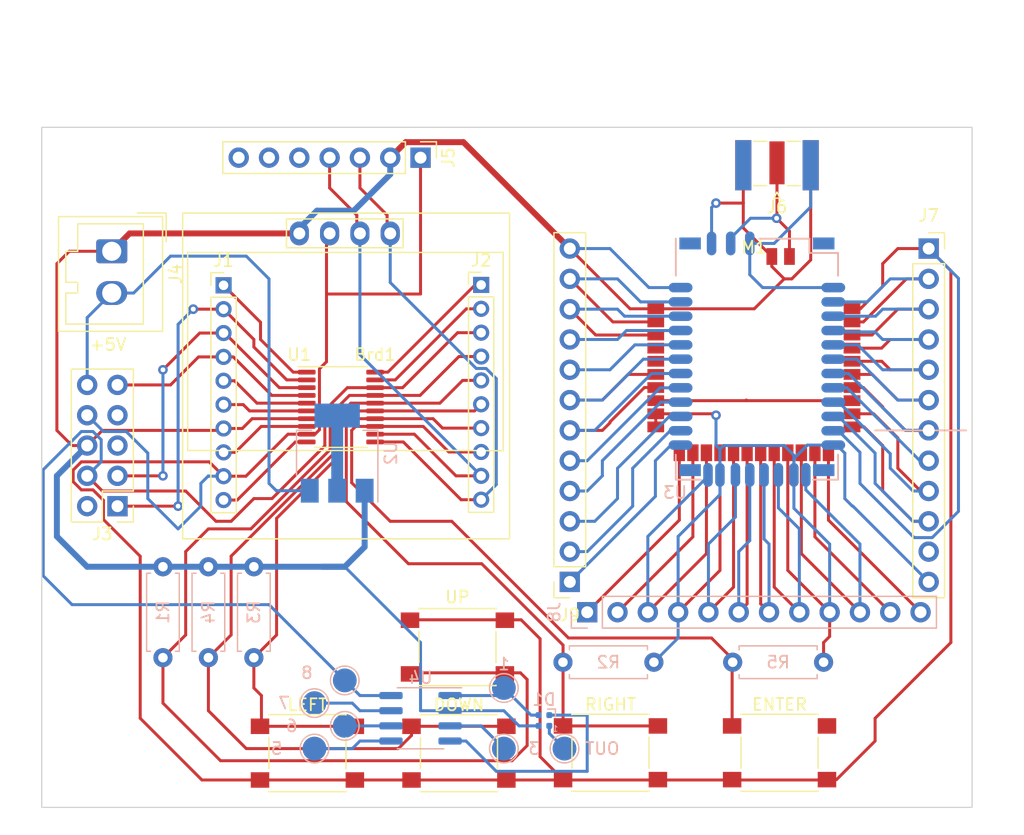
<source format=kicad_pcb>
(kicad_pcb (version 20221018) (generator pcbnew)
  (layers (0 "F.Cu" signal) (31 "B.Cu" signal) (34 "B.Paste" user) (35 "F.Paste" user) (36 "B.SilkS" user "B.Silkscreen") (37 "F.SilkS" user "F.Silkscreen") (38 "B.Mask" user) (39 "F.Mask" user) (44 "Edge.Cuts" user))
  (net 0 "")
  (net 1 "Net-(J1-Pin_1)")
  (net 2 "Net-(J1-Pin_5)")
  (net 3 "Net-(J1-Pin_6)")
  (net 4 "Net-(J1-Pin_8)")
  (net 5 "Net-(J1-Pin_10)")
  (net 6 "Net-(J2-Pin_1)")
  (net 7 "Net-(J2-Pin_2)")
  (net 8 "/SWDIO")
  (net 9 "/SWCLK")
  (net 10 "/SDA")
  (net 11 "/SCL")
  (net 12 "/RX")
  (net 13 "/TX")
  (net 14 "/RST")
  (net 15 "/TDO")
  (net 16 "/TDI")
  (net 17 "+5V")
  (net 18 "/UP")
  (net 19 "/ENTER")
  (net 20 "/RIGHT")
  (net 21 "/LEFT")
  (net 22 "/DOWN")
  (net 26 "Net-(J6-In)")
  (net 27 "J9_11")
  (net 28 "J7_10")
  (net 29 "J7_9")
  (net 30 "J7_8")
  (net 31 "J7_7")
  (net 32 "J7_6")
  (net 33 "J7_5")
  (net 34 "J7_4")
  (net 35 "J7_3")
  (net 36 "J9_1")
  (net 37 "J9_2")
  (net 38 "J9_3")
  (net 39 "J9_4")
  (net 40 "J9_5")
  (net 41 "J9_6")
  (net 42 "J9_7")
  (net 43 "J9_8")
  (net 44 "J9_9")
  (net 45 "J9_10")
  (net 46 "J7_11")
  (net 47 "J8_1")
  (net 48 "J8_2")
  (net 49 "J8_3")
  (net 50 "J8_5")
  (net 51 "J8_6")
  (net 52 "J8_7")
  (net 53 "J8_8")
  (net 54 "J8_10")
  (net 55 "J8_11")
  (net 56 "J8_12")
  (net 57 "J7_2")
  (net 58 "+3.3V")
  (net 59 "J8_4")
  (net 60 "J9_12")
  (net 61 "J8_9")
  (net 62 "GND")
  (net 64 "Net-(U4-PA2)")
  (net 65 "Net-(U4-PC1)")
  (net 66 "Net-(U4-PC2)")
  (net 67 "Net-(U4-PC4)")
  (net 68 "Net-(D1-DOUT)")
  (net 69 "Net-(D1-DIN)")
  (footprint "Package_SO:TSSOP-20_4.4x6.5mm_P0.65mm" (layer "F.Cu") (at 47.9375 46.3036)
    (fp_text reference "U1")
    (fp_text value "CH32V003F4P6")
  )
  (footprint "MountingHole:MountingHole_2.5mm" (layer "F.Cu") (at 97.155 76.835)
    (fp_text reference "REF**" hide)
    (fp_text value "MountingHole_2.5mm")
  )
  (footprint "Connector_PinHeader_2.54mm:PinHeader_1x07_P2.54mm_Vertical" (layer "F.Cu") (at 54.61 25.4 -90)
    (fp_text reference "J5")
    (fp_text value "Conn_01x07_Pin")
  )
  (footprint "Button_Switch_SMD:SW_Push_1P1T_NO_6x6mm_H9.5mm" (layer "F.Cu") (at 84.7005 75.281)
    (fp_text reference "ENTER")
    (fp_text value "ENTER" hide)
  )
  (footprint "Connector_PinHeader_2.00mm:PinHeader_1x10_P2.00mm_Vertical" (layer "F.Cu") (at 59.69 36.07)
    (fp_text reference "J2")
    (fp_text value "Conn_01x10")
  )
  (footprint "SSD1306:128x64OLED" (layer "F.Cu") (at 48.07 42.35)
    (fp_text reference "Brd1")
    (fp_text value "SSD1306")
  )
  (footprint "MountingHole:MountingHole_2.5mm" (layer "F.Cu") (at 97.155 26.035)
    (fp_text reference "REF**" hide)
    (fp_text value "MountingHole_2.5mm")
  )
  (footprint "Button_Switch_SMD:SW_Push_1P1T_NO_6x6mm_H9.5mm" (layer "F.Cu") (at 45.1305 75.311)
    (fp_text reference "LEFT")
    (fp_text value "LEFT")
  )
  (footprint "MountingHole:MountingHole_2.5mm" (layer "F.Cu") (at 27.5 76.2)
    (fp_text reference "REF**" hide)
    (fp_text value "MountingHole_2.5mm")
  )
  (footprint "Button_Switch_SMD:SW_Push_1P1T_NO_6x6mm_H9.5mm" (layer "F.Cu") (at 70.5305 75.281)
    (fp_text reference "RIGHT")
    (fp_text value "DOWN")
  )
  (footprint "Connector_Coaxial:SMA_Samtec_SMA-J-P-X-ST-EM1_EdgeMount" (layer "F.Cu") (at 84.486 26.035 180)
    (fp_text reference "J6")
    (fp_text value "Conn_Coaxial")
  )
  (footprint "Button_Switch_SMD:SW_Push_1P1T_NO_6x6mm_H9.5mm" (layer "F.Cu") (at 57.7035 66.421 180)
    (fp_text reference "UP")
    (fp_text value "UP")
  )
  (footprint "Connector_PinHeader_2.54mm:PinHeader_2x05_P2.54mm_Vertical" (layer "F.Cu") (at 29.21 54.61 180)
    (fp_text reference "J3")
    (fp_text value "Conn_02x05_Odd_Even")
  )
  (footprint "Connector_PinSocket_2.54mm:PinSocket_1x12_P2.54mm_Vertical" (layer "F.Cu") (at 97.2005 33.02)
    (fp_text reference "J7")
    (fp_text value "Conn_01x12")
  )
  (footprint "Button_Switch_SMD:SW_Push_1P1T_NO_6x6mm_H9.5mm" (layer "F.Cu") (at 57.8305 75.311)
    (fp_text reference "DOWN")
    (fp_text value "RIGHT")
  )
  (footprint "Connector_Wago:Wago_734-132_1x02_P3.50mm_Vertical" (layer "F.Cu") (at 28.7274 33.2486 -90)
    (fp_text reference "J4")
    (fp_text value "Conn_01x02")
  )
  (footprint "Library:LR1262" (layer "F.Cu") (at 82.55 41.91)
    (fp_text reference "M1")
    (fp_text value "~")
  )
  (footprint "Connector_PinHeader_2.00mm:PinHeader_1x10_P2.00mm_Vertical" (layer "F.Cu") (at 38.1 36.1)
    (fp_text reference "J1")
    (fp_text value "Conn_01x10")
  )
  (footprint "Connector_PinSocket_2.54mm:PinSocket_1x12_P2.54mm_Vertical" (layer "F.Cu") (at 67.1215 60.96 180)
    (fp_text reference "J9")
    (fp_text value "Conn_01x12")
  )
  (footprint "MountingHole:MountingHole_2.5mm" (layer "F.Cu") (at 27.5 26.035)
    (fp_text reference "REF**" hide)
    (fp_text value "MountingHole_2.5mm")
  )
  (footprint "Connector_PinSocket_2.54mm:PinSocket_1x12_P2.54mm_Vertical" (layer "B.Cu") (at 68.58 63.5 -90)
    (fp_text reference "J8")
    (fp_text value "Conn_01x12")
  )
  (footprint "Resistor_THT:R_Axial_DIN0207_L6.3mm_D2.5mm_P7.62mm_Horizontal" (layer "B.Cu") (at 33.02 67.31 90)
    (fp_text reference "R1")
    (fp_text value "1K")
  )
  (footprint "TestPoint:TestPoint_Pad_D2.0mm" (layer "B.Cu") (at 48.26 69.215 180)
    (fp_text reference "8")
    (fp_text value "PC1")
  )
  (footprint "Resistor_THT:R_Axial_DIN0207_L6.3mm_D2.5mm_P7.62mm_Horizontal" (layer "B.Cu") (at 36.83 67.31 90)
    (fp_text reference "R4")
    (fp_text value "1K")
  )
  (footprint "Resistor_THT:R_Axial_DIN0207_L6.3mm_D2.5mm_P7.62mm_Horizontal" (layer "B.Cu") (at 40.64 67.31 90)
    (fp_text reference "R3")
    (fp_text value "1K")
  )
  (footprint "Package_SO:SOIC-8_3.9x4.9mm_P1.27mm" (layer "B.Cu") (at 54.61 72.39 180)
    (fp_text reference "U4")
    (fp_text value "CH32V003J4M6")
  )
  (footprint "Resistor_THT:R_Axial_DIN0207_L6.3mm_D2.5mm_P7.62mm_Horizontal" (layer "B.Cu") (at 66.548 67.691)
    (fp_text reference "R2")
    (fp_text value "1K")
  )
  (footprint "RF_Module:RN42N" (layer "B.Cu") (at 82.804 42.291 180)
    (fp_text reference "U3")
    (fp_text value "RN42N")
  )
  (footprint "TestPoint:TestPoint_Pad_D2.0mm" (layer "B.Cu") (at 45.72 74.93 180)
    (fp_text reference "5")
    (fp_text value "PC1")
  )
  (footprint "Resistor_THT:R_Axial_DIN0207_L6.3mm_D2.5mm_P7.62mm_Horizontal" (layer "B.Cu") (at 80.772 67.691)
    (fp_text reference "R5")
    (fp_text value "1K")
  )
  (footprint "TestPoint:TestPoint_Pad_D2.0mm" (layer "B.Cu") (at 61.595 69.85 180)
    (fp_text reference "1")
    (fp_text value "PC1")
  )
  (footprint "TestPoint:TestPoint_Pad_D2.0mm" (layer "B.Cu") (at 45.72 71.12 180)
    (fp_text reference "7")
    (fp_text value "PC1")
  )
  (footprint "TestPoint:TestPoint_Pad_D2.0mm" (layer "B.Cu") (at 66.675 74.93 180)
    (fp_text reference "OUT")
    (fp_text value "PC1")
  )
  (footprint "TestPoint:TestPoint_Pad_D2.0mm" (layer "B.Cu") (at 61.595 74.93 180)
    (fp_text reference "3")
    (fp_text value "PC1")
  )
  (footprint "Package_TO_SOT_SMD:SOT-223-3_TabPin2" (layer "B.Cu") (at 47.625 50.165 90)
    (fp_text reference "U2")
    (fp_text value "AMS1117-3.3")
  )
  (footprint "TestPoint:TestPoint_Pad_D2.0mm" (layer "B.Cu") (at 48.26 73.025 180)
    (fp_text reference "6")
    (fp_text value "PC1")
  )
  (footprint "LED_SMD:LED_SK6812_EC15_1.5x1.5mm" (layer "B.Cu") (at 64.955 72.575 180)
    (fp_text reference "D1")
    (fp_text value "SK6805")
  )
  (gr_line (start 92.71 48.26) (end 100.33 48.26) (stroke (width 0.15)) (layer "B.SilkS"))
  (gr_rect (start 22.86 22.86) (end 100.838 79.858) (stroke (width 0.1)) (fill none) (layer "Edge.Cuts"))
  (gr_text "+5V" (at 26.797 41.656) (layer "F.SilkS") (effects (font (size 1 1)) (justify left bottom)))
  (segment (start 41.1988 39.1988) (end 38.1 36.1) (width 0.25) (layer "F.Cu") (net 1))
  (segment (start 45.075 43.3786) (end 43.9374 43.3786) (width 0.25) (layer "F.Cu") (net 1))
  (segment (start 43.9374 43.3786) (end 41.1988 40.64) (width 0.25) (layer "F.Cu") (net 1))
  (segment (start 41.1988 40.64) (end 41.1988 39.1988) (width 0.25) (layer "F.Cu") (net 1))
  (segment (start 40.8986 45.9786) (end 39.02 44.1) (width 0.25) (layer "F.Cu") (net 2))
  (segment (start 45.075 45.9786) (end 40.8986 45.9786) (width 0.25) (layer "F.Cu") (net 2))
  (segment (start 39.02 44.1) (end 38.1 44.1) (width 0.25) (layer "F.Cu") (net 2))
  (segment (start 45.075 46.6286) (end 40.2786 46.6286) (width 0.25) (layer "F.Cu") (net 3))
  (segment (start 39.75 46.1) (end 38.1 46.1) (width 0.25) (layer "F.Cu") (net 3))
  (segment (start 40.2786 46.6286) (end 39.75 46.1) (width 0.25) (layer "F.Cu") (net 3))
  (segment (start 41.2564 47.9286) (end 39.085 50.1) (width 0.25) (layer "F.Cu") (net 4))
  (segment (start 45.075 47.9286) (end 41.2564 47.9286) (width 0.25) (layer "F.Cu") (net 4))
  (segment (start 39.085 50.1) (end 38.1 50.1) (width 0.25) (layer "F.Cu") (net 4))
  (segment (start 44.1164 49.2286) (end 39.245 54.1) (width 0.25) (layer "F.Cu") (net 5))
  (segment (start 45.075 49.2286) (end 44.1164 49.2286) (width 0.25) (layer "F.Cu") (net 5))
  (segment (start 39.245 54.1) (end 38.1 54.1) (width 0.25) (layer "F.Cu") (net 5))
  (segment (start 51.8714 43.3786) (end 59.18 36.07) (width 0.25) (layer "F.Cu") (net 6))
  (segment (start 50.8 43.3786) (end 51.8714 43.3786) (width 0.25) (layer "F.Cu") (net 6))
  (segment (start 59.18 36.07) (end 59.69 36.07) (width 0.25) (layer "F.Cu") (net 6))
  (segment (start 58.45 38.07) (end 59.69 38.07) (width 0.25) (layer "F.Cu") (net 7))
  (segment (start 52.4914 44.0286) (end 58.45 38.07) (width 0.25) (layer "F.Cu") (net 7))
  (segment (start 50.8 44.0286) (end 52.4914 44.0286) (width 0.25) (layer "F.Cu") (net 7))
  (segment (start 46.5875 46.567) (end 48.4759 44.6786) (width 0.25) (layer "F.Cu") (net 8))
  (segment (start 53.1114 44.6786) (end 57.72 40.07) (width 0.25) (layer "F.Cu") (net 8))
  (segment (start 48.4759 44.6786) (end 50.8 44.6786) (width 0.25) (layer "F.Cu") (net 8))
  (segment (start 34.925 53.34) (end 37.465 55.88) (width 0.25) (layer "F.Cu") (net 8))
  (segment (start 46.5875 49.5515) (end 46.5875 46.567) (width 0.25) (layer "F.Cu") (net 8))
  (segment (start 40.64 53.975) (end 42.164 53.975) (width 0.25) (layer "F.Cu") (net 8))
  (segment (start 42.164 53.975) (end 46.5875 49.5515) (width 0.25) (layer "F.Cu") (net 8))
  (segment (start 57.72 40.07) (end 59.69 40.07) (width 0.25) (layer "F.Cu") (net 8))
  (segment (start 50.8 44.6786) (end 53.1114 44.6786) (width 0.25) (layer "F.Cu") (net 8))
  (segment (start 26.67 52.07) (end 27.94 53.34) (width 0.25) (layer "F.Cu") (net 8))
  (segment (start 37.465 55.88) (end 38.735 55.88) (width 0.25) (layer "F.Cu") (net 8))
  (segment (start 38.735 55.88) (end 40.64 53.975) (width 0.25) (layer "F.Cu") (net 8))
  (segment (start 27.94 53.34) (end 34.925 53.34) (width 0.25) (layer "F.Cu") (net 8))
  (segment (start 22.985 51.553299) (end 26.183299 48.355) (width 0.25) (layer "B.Cu") (net 8))
  (segment (start 27.845 50.895) (end 26.67 52.07) (width 0.25) (layer "B.Cu") (net 8))
  (segment (start 48.26 69.215) (end 41.91 62.865) (width 0.25) (layer "B.Cu") (net 8))
  (segment (start 27.156701 48.355) (end 27.845 49.043299) (width 0.25) (layer "B.Cu") (net 8))
  (segment (start 27.845 49.043299) (end 27.845 50.895) (width 0.25) (layer "B.Cu") (net 8))
  (segment (start 41.91 62.865) (end 25.4 62.865) (width 0.25) (layer "B.Cu") (net 8))
  (segment (start 48.26 69.215) (end 49.53 70.485) (width 0.25) (layer "B.Cu") (net 8))
  (segment (start 22.985 60.45) (end 22.985 51.553299) (width 0.25) (layer "B.Cu") (net 8))
  (segment (start 26.183299 48.355) (end 27.156701 48.355) (width 0.25) (layer "B.Cu") (net 8))
  (segment (start 49.53 70.485) (end 52.135 70.485) (width 0.25) (layer "B.Cu") (net 8))
  (segment (start 25.4 62.865) (end 22.985 60.45) (width 0.25) (layer "B.Cu") (net 8))
  (segment (start 51.8076 31.5856) (end 51.8076 30.2176) (width 0.25) (layer "F.Cu") (net 10))
  (segment (start 49.53 27.94) (end 49.53 25.4) (width 0.25) (layer "F.Cu") (net 10))
  (segment (start 58.007 54.07) (end 59.69 54.07) (width 0.25) (layer "F.Cu") (net 10))
  (segment (start 50.8 49.2286) (end 53.1656 49.2286) (width 0.25) (layer "F.Cu") (net 10))
  (segment (start 51.8076 30.2176) (end 49.53 27.94) (width 0.25) (layer "F.Cu") (net 10))
  (segment (start 53.1656 49.2286) (end 58.007 54.07) (width 0.25) (layer "F.Cu") (net 10))
  (segment (start 60.96 43.925786) (end 60.96 52.8) (width 0.25) (layer "B.Cu") (net 10))
  (segment (start 60.104214 43.07) (end 60.96 43.925786) (width 0.25) (layer "B.Cu") (net 10))
  (segment (start 60.96 52.8) (end 59.69 54.07) (width 0.25) (layer "B.Cu") (net 10))
  (segment (start 59.275786 43.07) (end 60.104214 43.07) (width 0.25) (layer "B.Cu") (net 10))
  (segment (start 52.07 31.75) (end 52.07 35.864214) (width 0.25) (layer "B.Cu") (net 10))
  (segment (start 52.07 35.864214) (end 59.275786 43.07) (width 0.25) (layer "B.Cu") (net 10))
  (segment (start 54.0904 48.5786) (end 57.5818 52.07) (width 0.25) (layer "F.Cu") (net 11))
  (segment (start 57.5818 52.07) (end 59.69 52.07) (width 0.25) (layer "F.Cu") (net 11))
  (segment (start 49.2676 31.5856) (end 49.2676 30.2176) (width 0.25) (layer "F.Cu") (net 11))
  (segment (start 50.8 48.5786) (end 54.0904 48.5786) (width 0.25) (layer "F.Cu") (net 11))
  (segment (start 46.99 27.94) (end 46.99 25.4) (width 0.25) (layer "F.Cu") (net 11))
  (segment (start 49.2676 30.2176) (end 46.99 27.94) (width 0.25) (layer "F.Cu") (net 11))
  (segment (start 49.53 31.75) (end 49.53 41.91) (width 0.25) (layer "B.Cu") (net 11))
  (segment (start 49.53 41.91) (end 59.69 52.07) (width 0.25) (layer "B.Cu") (net 11))
  (segment (start 35.56 38.1) (end 38.1 38.1) (width 0.25) (layer "F.Cu") (net 12))
  (segment (start 43.394996 44.0286) (end 40.64 41.273604) (width 0.25) (layer "F.Cu") (net 12))
  (segment (start 45.075 44.0286) (end 43.394996 44.0286) (width 0.25) (layer "F.Cu") (net 12))
  (segment (start 29.21 54.61) (end 34.29 54.61) (width 0.25) (layer "F.Cu") (net 12))
  (segment (start 40.64 41.273604) (end 40.64 40.64) (width 0.25) (layer "F.Cu") (net 12))
  (segment (start 40.64 40.64) (end 38.1 38.1) (width 0.25) (layer "F.Cu") (net 12))
  (via (at 34.29 54.61) (size 0.8) (drill 0.4) (layers "F.Cu" "B.Cu") (net 12))
  (via (at 35.56 38.1) (size 0.8) (drill 0.4) (layers "F.Cu" "B.Cu") (net 12))
  (via (at 35.56 38.1) (size 0.8) (drill 0.4) (layers "F.Cu" "B.Cu") (net 12))
  (segment (start 34.29 54.61) (end 34.29 39.37) (width 0.25) (layer "B.Cu") (net 12))
  (segment (start 34.29 39.37) (end 35.56 38.1) (width 0.25) (layer "B.Cu") (net 12))
  (segment (start 36.1 40.1) (end 38.1 40.1) (width 0.25) (layer "F.Cu") (net 13))
  (segment (start 45.075 44.6786) (end 42.7736 44.6786) (width 0.25) (layer "F.Cu") (net 13))
  (segment (start 29.21 52.07) (end 33.02 52.07) (width 0.25) (layer "F.Cu") (net 13))
  (segment (start 38.195 40.1) (end 38.1 40.1) (width 0.25) (layer "F.Cu") (net 13))
  (segment (start 33.02 43.18) (end 36.1 40.1) (width 0.25) (layer "F.Cu") (net 13))
  (segment (start 42.7736 44.6786) (end 38.195 40.1) (width 0.25) (layer "F.Cu") (net 13))
  (via (at 33.02 52.07) (size 0.8) (drill 0.4) (layers "F.Cu" "B.Cu") (net 13))
  (via (at 33.02 43.18) (size 0.8) (drill 0.4) (layers "F.Cu" "B.Cu") (net 13))
  (segment (start 33.02 43.18) (end 33.02 52.07) (width 0.25) (layer "B.Cu") (net 13))
  (segment (start 42.14725 45.3286) (end 38.91865 42.1) (width 0.25) (layer "F.Cu") (net 14))
  (segment (start 38.1 41.91) (end 37.8714 42.1386) (width 0.25) (layer "F.Cu") (net 14))
  (segment (start 38.91865 42.1) (end 38.1 42.1) (width 0.25) (layer "F.Cu") (net 14))
  (segment (start 33.655 44.45) (end 29.21 44.45) (width 0.25) (layer "F.Cu") (net 14))
  (segment (start 38.1 42.1) (end 36.005 42.1) (width 0.25) (layer "F.Cu") (net 14))
  (segment (start 36.005 42.1) (end 33.655 44.45) (width 0.25) (layer "F.Cu") (net 14))
  (segment (start 45.075 45.3286) (end 42.14725 45.3286) (width 0.25) (layer "F.Cu") (net 14))
  (segment (start 29.21 37.2312) (end 28.7274 36.7486) (width 0.25) (layer "F.Cu") (net 17))
  (segment (start 28.7274 36.7486) (end 28.8088 36.83) (width 0.25) (layer "F.Cu") (net 17))
  (segment (start 41.91 52.705) (end 42.545 53.34) (width 0.25) (layer "B.Cu") (net 17))
  (segment (start 26.67 44.45) (end 26.67 38.806) (width 0.25) (layer "B.Cu") (net 17))
  (segment (start 41.91 35.56) (end 41.91 52.705) (width 0.25) (layer "B.Cu") (net 17))
  (segment (start 42.57 53.315) (end 45.325 53.315) (width 0.25) (layer "B.Cu") (net 17))
  (segment (start 33.655 33.655) (end 40.005 33.655) (width 0.25) (layer "B.Cu") (net 17))
  (segment (start 40.005 33.655) (end 41.91 35.56) (width 0.25) (layer "B.Cu") (net 17))
  (segment (start 28.7274 36.7486) (end 30.5614 36.7486) (width 0.25) (layer "B.Cu") (net 17))
  (segment (start 42.545 53.34) (end 42.57 53.315) (width 0.25) (layer "B.Cu") (net 17))
  (segment (start 30.5614 36.7486) (end 33.655 33.655) (width 0.25) (layer "B.Cu") (net 17))
  (segment (start 26.67 38.806) (end 28.7274 36.7486) (width 0.25) (layer "B.Cu") (net 17))
  (segment (start 34.925 65.405) (end 33.02 67.31) (width 0.25) (layer "F.Cu") (net 18))
  (segment (start 53.8555 68.58) (end 62.9845 68.58) (width 0.25) (layer "F.Cu") (net 18))
  (segment (start 37.846 75.946) (end 33.02 71.12) (width 0.25) (layer "F.Cu") (net 18))
  (segment (start 33.02 71.12) (end 33.02 67.31) (width 0.25) (layer "F.Cu") (net 18))
  (segment (start 47.0375 46.9425) (end 47.0375 49.8635) (width 0.25) (layer "F.Cu") (net 18))
  (segment (start 48.6514 45.3286) (end 47.0375 46.9425) (width 0.25) (layer "F.Cu") (net 18))
  (segment (start 50.8 45.3286) (end 48.6514 45.3286) (width 0.25) (layer "F.Cu") (net 18))
  (segment (start 63.5455 69.141) (end 63.5455 74.676) (width 0.25) (layer "F.Cu") (net 18))
  (segment (start 63.5455 74.676) (end 62.2755 75.946) (width 0.25) (layer "F.Cu") (net 18))
  (segment (start 50.8 45.3286) (end 54.5696 45.3286) (width 0.25) (layer "F.Cu") (net 18))
  (segment (start 57.8282 42.07) (end 59.69 42.07) (width 0.25) (layer "F.Cu") (net 18))
  (segment (start 62.9845 68.58) (end 63.5455 69.141) (width 0.25) (layer "F.Cu") (net 18))
  (segment (start 40.386 56.515) (end 36.83 56.515) (width 0.25) (layer "F.Cu") (net 18))
  (segment (start 36.83 56.515) (end 34.925 58.42) (width 0.25) (layer "F.Cu") (net 18))
  (segment (start 54.5696 45.3286) (end 57.8282 42.07) (width 0.25) (layer "F.Cu") (net 18))
  (segment (start 47.0375 49.8635) (end 40.386 56.515) (width 0.25) (layer "F.Cu") (net 18))
  (segment (start 34.925 58.42) (end 34.925 65.405) (width 0.25) (layer "F.Cu") (net 18))
  (segment (start 62.2755 75.946) (end 37.846 75.946) (width 0.25) (layer "F.Cu") (net 18))
  (segment (start 67.0085 65.659) (end 78.994 65.659) (width 0.25) (layer "F.Cu") (net 19))
  (segment (start 80.7255 67.3905) (end 80.7255 73.031) (width 0.25) (layer "F.Cu") (net 19))
  (segment (start 50.8 47.9286) (end 49.1689 47.9286) (width 0.25) (layer "F.Cu") (net 19))
  (segment (start 49.1689 47.9286) (end 48.8375 48.26) (width 0.25) (layer "F.Cu") (net 19))
  (segment (start 54.8374 47.9286) (end 56.9788 50.07) (width 0.25) (layer "F.Cu") (net 19))
  (segment (start 56.9788 50.07) (end 59.69 50.07) (width 0.25) (layer "F.Cu") (net 19))
  (segment (start 52.07 55.88) (end 57.2295 55.88) (width 0.25) (layer "F.Cu") (net 19))
  (segment (start 48.8375 48.26) (end 48.8375 52.6475) (width 0.25) (layer "F.Cu") (net 19))
  (segment (start 48.8375 52.6475) (end 52.07 55.88) (width 0.25) (layer "F.Cu") (net 19))
  (segment (start 50.8 47.9286) (end 54.8374 47.9286) (width 0.25) (layer "F.Cu") (net 19))
  (segment (start 78.994 65.659) (end 80.7255 67.3905) (width 0.25) (layer "F.Cu") (net 19))
  (segment (start 57.2295 55.88) (end 67.0085 65.659) (width 0.25) (layer "F.Cu") (net 19))
  (segment (start 56.231 45.9786) (end 58.1396 44.07) (width 0.25) (layer "F.Cu") (net 20))
  (segment (start 47.4875 47.257292) (end 48.766192 45.9786) (width 0.25) (layer "F.Cu") (net 20))
  (segment (start 40.005 74.93) (end 52.705 74.93) (width 0.25) (layer "F.Cu") (net 20))
  (segment (start 36.83 71.755) (end 40.005 74.93) (width 0.25) (layer "F.Cu") (net 20))
  (segment (start 38.735 65.405) (end 38.735 58.802396) (width 0.25) (layer "F.Cu") (net 20))
  (segment (start 53.8555 73.061) (end 61.8055 73.061) (width 0.25) (layer "F.Cu") (net 20))
  (segment (start 47.4875 50.049896) (end 47.4875 47.257292) (width 0.25) (layer "F.Cu") (net 20))
  (segment (start 38.735 58.802396) (end 47.4875 50.049896) (width 0.25) (layer "F.Cu") (net 20))
  (segment (start 48.766192 45.9786) (end 50.8 45.9786) (width 0.25) (layer "F.Cu") (net 20))
  (segment (start 53.8555 73.825) (end 53.8555 73.061) (width 0.25) (layer "F.Cu") (net 20))
  (segment (start 52.7505 74.93) (end 53.8555 73.825) (width 0.25) (layer "F.Cu") (net 20))
  (segment (start 36.83 67.31) (end 36.83 71.755) (width 0.25) (layer "F.Cu") (net 20))
  (segment (start 50.8 45.9786) (end 56.231 45.9786) (width 0.25) (layer "F.Cu") (net 20))
  (segment (start 58.1396 44.07) (end 59.69 44.07) (width 0.25) (layer "F.Cu") (net 20))
  (segment (start 36.83 67.31) (end 38.735 65.405) (width 0.25) (layer "F.Cu") (net 20))
  (segment (start 42.545 55.628792) (end 47.9375 50.236292) (width 0.25) (layer "F.Cu") (net 21))
  (segment (start 40.64 67.31) (end 42.545 65.405) (width 0.25) (layer "F.Cu") (net 21))
  (segment (start 47.9375 47.5665) (end 48.8754 46.6286) (width 0.25) (layer "F.Cu") (net 21))
  (segment (start 42.545 65.405) (end 42.545 55.628792) (width 0.25) (layer "F.Cu") (net 21))
  (segment (start 48.8754 46.6286) (end 50.8 46.6286) (width 0.25) (layer "F.Cu") (net 21))
  (segment (start 40.64 69.85) (end 41.275 70.485) (width 0.25) (layer "F.Cu") (net 21))
  (segment (start 41.275 70.485) (end 41.275 72.9415) (width 0.25) (layer "F.Cu") (net 21))
  (segment (start 49.1055 73.061) (end 41.3205 73.061) (width 0.25) (layer "F.Cu") (net 21))
  (segment (start 47.9375 50.236292) (end 47.9375 47.5665) (width 0.25) (layer "F.Cu") (net 21))
  (segment (start 40.64 67.31) (end 40.64 69.85) (width 0.25) (layer "F.Cu") (net 21))
  (segment (start 50.8 46.6286) (end 59.1314 46.6286) (width 0.25) (layer "F.Cu") (net 21))
  (segment (start 41.275 72.9415) (end 41.1555 73.061) (width 0.25) (layer "F.Cu") (net 21))
  (segment (start 59.1314 46.6286) (end 59.69 46.07) (width 0.25) (layer "F.Cu") (net 21))
  (segment (start 66.5555 73.031) (end 74.5055 73.031) (width 0.25) (layer "F.Cu") (net 22))
  (segment (start 48.3875 54.2295) (end 53.594 59.436) (width 0.25) (layer "F.Cu") (net 22))
  (segment (start 48.3875 54.2295) (end 48.3875 47.8785) (width 0.25) (layer "F.Cu") (net 22))
  (segment (start 50.8 47.2786) (end 55.6606 47.2786) (width 0.25) (layer "F.Cu") (net 22))
  (segment (start 55.6606 47.2786) (end 56.452 48.07) (width 0.25) (layer "F.Cu") (net 22))
  (segment (start 66.5555 66.256) (end 66.5555 73.031) (width 0.25) (layer "F.Cu") (net 22))
  (segment (start 59.7355 59.436) (end 66.5555 66.256) (width 0.25) (layer "F.Cu") (net 22))
  (segment (start 56.452 48.07) (end 59.69 48.07) (width 0.25) (layer "F.Cu") (net 22))
  (segment (start 50.8762 47.2694) (end 50.867 47.2786) (width 0.25) (layer "F.Cu") (net 22))
  (segment (start 48.3875 47.8785) (end 48.9874 47.2786) (width 0.25) (layer "F.Cu") (net 22))
  (segment (start 48.9874 47.2786) (end 50.8 47.2786) (width 0.25) (layer "F.Cu") (net 22))
  (segment (start 53.594 59.436) (end 59.7355 59.436) (width 0.25) (layer "F.Cu") (net 22))
  (segment (start 50.8 47.2786) (end 50.867 47.2786) (width 0.25) (layer "F.Cu") (net 22))
  (segment (start 84.455 30.48) (end 84.486 30.449) (width 0.25) (layer "F.Cu") (net 26))
  (segment (start 85.5323 31.5573) (end 84.455 30.48) (width 0.25) (layer "F.Cu") (net 26))
  (segment (start 84.486 30.449) (end 84.486 25.835) (width 0.25) (layer "F.Cu") (net 26))
  (segment (start 85.5323 33.685) (end 85.5323 31.5573) (width 0.25) (layer "F.Cu") (net 26))
  (via (at 84.455 30.48) (size 0.8) (drill 0.4) (layers "F.Cu" "B.Cu") (net 26))
  (segment (start 80.604 32.141) (end 82.265 30.48) (width 0.25) (layer "B.Cu") (net 26))
  (segment (start 82.265 30.48) (end 84.455 30.48) (width 0.25) (layer "B.Cu") (net 26))
  (segment (start 80.604 32.591) (end 80.604 32.141) (width 0.25) (layer "B.Cu") (net 26))
  (segment (start 70.7295 39.168) (end 74.325 39.168) (width 0.25) (layer "F.Cu") (net 27))
  (segment (start 67.1215 35.56) (end 70.7295 39.168) (width 0.25) (layer "F.Cu") (net 27))
  (segment (start 71.12 35.56) (end 67.1215 35.56) (width 0.25) (layer "B.Cu") (net 27))
  (segment (start 76.404 37.491) (end 73.051 37.491) (width 0.25) (layer "B.Cu") (net 27))
  (segment (start 73.051 37.491) (end 71.12 35.56) (width 0.25) (layer "B.Cu") (net 27))
  (segment (start 92.447 40.268) (end 94.615 38.1) (width 0.25) (layer "F.Cu") (net 28))
  (segment (start 90.775 40.268) (end 92.447 40.268) (width 0.25) (layer "F.Cu") (net 28))
  (segment (start 94.615 38.1) (end 97.2005 38.1) (width 0.25) (layer "F.Cu") (net 28))
  (segment (start 92.754 38.691) (end 93.345 38.1) (width 0.25) (layer "B.Cu") (net 28))
  (segment (start 93.345 38.1) (end 97.2005 38.1) (width 0.25) (layer "B.Cu") (net 28))
  (segment (start 89.204 38.691) (end 92.754 38.691) (width 0.25) (layer "B.Cu") (net 28))
  (segment (start 90.775 41.368) (end 93.252 41.368) (width 0.25) (layer "F.Cu") (net 29))
  (segment (start 93.98 40.64) (end 97.2005 40.64) (width 0.25) (layer "F.Cu") (net 29))
  (segment (start 93.252 41.368) (end 93.98 40.64) (width 0.25) (layer "F.Cu") (net 29))
  (segment (start 89.204 39.891) (end 89.654 39.891) (width 0.25) (layer "B.Cu") (net 29))
  (segment (start 93.345 40.64) (end 97.2005 40.64) (width 0.25) (layer "B.Cu") (net 29))
  (segment (start 89.654 39.891) (end 89.768 40.005) (width 0.25) (layer "B.Cu") (net 29))
  (segment (start 89.768 40.005) (end 92.71 40.005) (width 0.25) (layer "B.Cu") (net 29))
  (segment (start 92.71 40.005) (end 93.345 40.64) (width 0.25) (layer "B.Cu") (net 29))
  (segment (start 93.268 42.468) (end 93.98 43.18) (width 0.25) (layer "F.Cu") (net 30))
  (segment (start 93.98 43.18) (end 97.2005 43.18) (width 0.25) (layer "F.Cu") (net 30))
  (segment (start 90.775 42.468) (end 93.268 42.468) (width 0.25) (layer "F.Cu") (net 30))
  (segment (start 89.204 41.091) (end 91.256 41.091) (width 0.25) (layer "B.Cu") (net 30))
  (segment (start 91.256 41.091) (end 93.345 43.18) (width 0.25) (layer "B.Cu") (net 30))
  (segment (start 93.345 43.18) (end 97.2005 43.18) (width 0.25) (layer "B.Cu") (net 30))
  (segment (start 92.463 43.568) (end 94.615 45.72) (width 0.25) (layer "F.Cu") (net 31))
  (segment (start 90.775 43.568) (end 92.463 43.568) (width 0.25) (layer "F.Cu") (net 31))
  (segment (start 94.615 45.72) (end 97.2005 45.72) (width 0.25) (layer "F.Cu") (net 31))
  (segment (start 94.615 45.72) (end 97.2005 45.72) (width 0.25) (layer "B.Cu") (net 31))
  (segment (start 89.204 42.291) (end 91.186 42.291) (width 0.25) (layer "B.Cu") (net 31))
  (segment (start 91.186 42.291) (end 94.615 45.72) (width 0.25) (layer "B.Cu") (net 31))
  (segment (start 91.7266 44.668) (end 93.345 46.2864) (width 0.25) (layer "F.Cu") (net 32))
  (segment (start 93.345 46.355) (end 95.25 48.26) (width 0.25) (layer "F.Cu") (net 32))
  (segment (start 95.25 48.26) (end 97.2005 48.26) (width 0.25) (layer "F.Cu") (net 32))
  (segment (start 90.775 44.668) (end 91.7266 44.668) (width 0.25) (layer "F.Cu") (net 32))
  (segment (start 93.345 46.2864) (end 93.345 46.355) (width 0.25) (layer "F.Cu") (net 32))
  (segment (start 89.204 43.491) (end 90.481 43.491) (width 0.25) (layer "B.Cu") (net 32))
  (segment (start 90.481 43.491) (end 95.25 48.26) (width 0.25) (layer "B.Cu") (net 32))
  (segment (start 95.25 48.26) (end 97.2005 48.26) (width 0.25) (layer "B.Cu") (net 32))
  (segment (start 89.204 44.691) (end 90.35 44.691) (width 0.25) (layer "B.Cu") (net 33))
  (segment (start 90.35 44.691) (end 96.459 50.8) (width 0.25) (layer "B.Cu") (net 33))
  (segment (start 96.459 50.8) (end 97.2005 50.8) (width 0.25) (layer "B.Cu") (net 33))
  (segment (start 94.615 51.435) (end 96.52 53.34) (width 0.25) (layer "F.Cu") (net 34))
  (segment (start 92.588 46.868) (end 94.615 48.895) (width 0.25) (layer "F.Cu") (net 34))
  (segment (start 96.52 53.34) (end 97.2005 53.34) (width 0.25) (layer "F.Cu") (net 34))
  (segment (start 90.775 46.868) (end 92.588 46.868) (width 0.25) (layer "F.Cu") (net 34))
  (segment (start 94.615 48.895) (end 94.615 51.435) (width 0.25) (layer "F.Cu") (net 34))
  (segment (start 93.98 51.435) (end 95.885 53.34) (width 0.25) (layer "B.Cu") (net 34))
  (segment (start 93.98 50.217) (end 93.98 51.435) (width 0.25) (layer "B.Cu") (net 34))
  (segment (start 89.654 45.891) (end 93.98 50.217) (width 0.25) (layer "B.Cu") (net 34))
  (segment (start 89.204 45.891) (end 89.654 45.891) (width 0.25) (layer "B.Cu") (net 34))
  (segment (start 95.885 53.34) (end 97.2005 53.34) (width 0.25) (layer "B.Cu") (net 34))
  (segment (start 93.345 53.34) (end 95.885 55.88) (width 0.25) (layer "F.Cu") (net 35))
  (segment (start 95.885 55.88) (end 97.2005 55.88) (width 0.25) (layer "F.Cu") (net 35))
  (segment (start 91.783 47.968) (end 93.345 49.53) (width 0.25) (layer "F.Cu") (net 35))
  (segment (start 93.345 49.53) (end 93.345 53.34) (width 0.25) (layer "F.Cu") (net 35))
  (segment (start 90.775 47.968) (end 91.783 47.968) (width 0.25) (layer "F.Cu") (net 35))
  (segment (start 92.71 52.705) (end 95.885 55.88) (width 0.25) (layer "B.Cu") (net 35))
  (segment (start 95.885 55.88) (end 97.2005 55.88) (width 0.25) (layer "B.Cu") (net 35))
  (segment (start 89.204 47.091) (end 89.636 47.091) (width 0.25) (layer "B.Cu") (net 35))
  (segment (start 89.636 47.091) (end 92.71 50.165) (width 0.25) (layer "B.Cu") (net 35))
  (segment (start 92.71 50.165) (end 92.71 52.705) (width 0.25) (layer "B.Cu") (net 35))
  (segment (start 67.1215 60.96) (end 74.295 53.7865) (width 0.25) (layer "B.Cu") (net 36))
  (segment (start 74.295 50.8) (end 75.604 49.491) (width 0.25) (layer "B.Cu") (net 36))
  (segment (start 74.295 53.7865) (end 74.295 50.8) (width 0.25) (layer "B.Cu") (net 36))
  (segment (start 75.604 49.491) (end 76.404 49.491) (width 0.25) (layer "B.Cu") (net 36))
  (segment (start 68.58 58.42) (end 67.1215 58.42) (width 0.25) (layer "B.Cu") (net 37))
  (segment (start 72.39 51.433604) (end 72.39 54.61) (width 0.25) (layer "B.Cu") (net 37))
  (segment (start 72.39 54.61) (end 68.58 58.42) (width 0.25) (layer "B.Cu") (net 37))
  (segment (start 75.532604 48.291) (end 72.39 51.433604) (width 0.25) (layer "B.Cu") (net 37))
  (segment (start 76.404 48.291) (end 75.532604 48.291) (width 0.25) (layer "B.Cu") (net 37))
  (segment (start 71.12 51.432208) (end 75.461208 47.091) (width 0.25) (layer "B.Cu") (net 38))
  (segment (start 67.1215 55.88) (end 69.215 55.88) (width 0.25) (layer "B.Cu") (net 38))
  (segment (start 69.215 55.88) (end 71.12 53.975) (width 0.25) (layer "B.Cu") (net 38))
  (segment (start 75.461208 47.091) (end 76.404 47.091) (width 0.25) (layer "B.Cu") (net 38))
  (segment (start 71.12 53.975) (end 71.12 51.432208) (width 0.25) (layer "B.Cu") (net 38))
  (segment (start 68.58 53.34) (end 67.1215 53.34) (width 0.25) (layer "B.Cu") (net 39))
  (segment (start 76.404 45.891) (end 74.759 45.891) (width 0.25) (layer "B.Cu") (net 39))
  (segment (start 69.85 50.8) (end 69.85 52.07) (width 0.25) (layer "B.Cu") (net 39))
  (segment (start 74.759 45.891) (end 74.295 46.355) (width 0.25) (layer "B.Cu") (net 39))
  (segment (start 74.258847 46.391153) (end 69.85 50.8) (width 0.25) (layer "B.Cu") (net 39))
  (segment (start 69.85 52.07) (end 68.58 53.34) (width 0.25) (layer "B.Cu") (net 39))
  (segment (start 81.867 45.768) (end 74.325 45.768) (width 0.25) (layer "F.Cu") (net 40))
  (segment (start 81.915 45.72) (end 81.867 45.768) (width 0.25) (layer "F.Cu") (net 40))
  (segment (start 81.963 45.768) (end 81.915 45.72) (width 0.25) (layer "F.Cu") (net 40))
  (segment (start 90.775 45.768) (end 81.963 45.768) (width 0.25) (layer "F.Cu") (net 40))
  (segment (start 76.404 44.691) (end 74.689 44.691) (width 0.25) (layer "B.Cu") (net 40))
  (segment (start 74.689 44.691) (end 68.58 50.8) (width 0.25) (layer "B.Cu") (net 40))
  (segment (start 68.58 50.8) (end 67.1215 50.8) (width 0.25) (layer "B.Cu") (net 40))
  (segment (start 69.85 48.26) (end 67.1215 48.26) (width 0.25) (layer "F.Cu") (net 41))
  (segment (start 74.325 44.668) (end 73.3734 44.668) (width 0.25) (layer "F.Cu") (net 41))
  (segment (start 70.485 47.5564) (end 70.485 47.625) (width 0.25) (layer "F.Cu") (net 41))
  (segment (start 73.3734 44.668) (end 70.485 47.5564) (width 0.25) (layer "F.Cu") (net 41))
  (segment (start 70.485 47.625) (end 69.85 48.26) (width 0.25) (layer "F.Cu") (net 41))
  (segment (start 76.404 43.491) (end 73.984 43.491) (width 0.25) (layer "B.Cu") (net 41))
  (segment (start 73.984 43.491) (end 69.215 48.26) (width 0.25) (layer "B.Cu") (net 41))
  (segment (start 69.215 48.26) (end 67.1215 48.26) (width 0.25) (layer "B.Cu") (net 41))
  (segment (start 69.85 45.72) (end 72.002 43.568) (width 0.25) (layer "F.Cu") (net 42))
  (segment (start 67.1215 45.72) (end 69.85 45.72) (width 0.25) (layer "F.Cu") (net 42))
  (segment (start 72.002 43.568) (end 74.325 43.568) (width 0.25) (layer "F.Cu") (net 42))
  (segment (start 69.85 45.72) (end 67.1215 45.72) (width 0.25) (layer "B.Cu") (net 42))
  (segment (start 76.404 42.291) (end 73.279 42.291) (width 0.25) (layer "B.Cu") (net 42))
  (segment (start 73.279 42.291) (end 69.85 45.72) (width 0.25) (layer "B.Cu") (net 42))
  (segment (start 72.574 41.091) (end 70.485 43.18) (width 0.25) (layer "B.Cu") (net 43))
  (segment (start 76.404 41.091) (end 72.574 41.091) (width 0.25) (layer "B.Cu") (net 43))
  (segment (start 70.485 43.18) (end 67.1215 43.18) (width 0.25) (layer "B.Cu") (net 43))
  (segment (start 71.869 39.891) (end 71.12 40.64) (width 0.25) (layer "B.Cu") (net 44))
  (segment (start 71.12 40.64) (end 67.1215 40.64) (width 0.25) (layer "B.Cu") (net 44))
  (segment (start 76.404 39.891) (end 71.869 39.891) (width 0.25) (layer "B.Cu") (net 44))
  (segment (start 67.1215 38.1) (end 69.2895 40.268) (width 0.25) (layer "F.Cu") (net 45))
  (segment (start 69.2895 40.268) (end 74.325 40.268) (width 0.25) (layer "F.Cu") (net 45))
  (segment (start 71.12 38.1) (end 67.1215 38.1) (width 0.25) (layer "B.Cu") (net 45))
  (segment (start 71.711 38.691) (end 71.12 38.1) (width 0.25) (layer "B.Cu") (net 45))
  (segment (start 76.404 38.691) (end 71.711 38.691) (width 0.25) (layer "B.Cu") (net 45))
  (segment (start 91.7266 39.168) (end 95.3346 35.56) (width 0.25) (layer "F.Cu") (net 46))
  (segment (start 95.3346 35.56) (end 97.2005 35.56) (width 0.25) (layer "F.Cu") (net 46))
  (segment (start 90.775 39.168) (end 91.7266 39.168) (width 0.25) (layer "F.Cu") (net 46))
  (segment (start 92.049 37.491) (end 93.98 35.56) (width 0.25) (layer "B.Cu") (net 46))
  (segment (start 89.204 37.491) (end 92.049 37.491) (width 0.25) (layer "B.Cu") (net 46))
  (segment (start 93.98 35.56) (end 97.2005 35.56) (width 0.25) (layer "B.Cu") (net 46))
  (segment (start 68.58 63.5) (end 76.3 55.78) (width 0.25) (layer "F.Cu") (net 47))
  (segment (start 76.3 55.78) (end 76.3 50.135) (width 0.25) (layer "F.Cu") (net 47))
  (segment (start 77.4364 57.1836) (end 77.4364 50.135) (width 0.25) (layer "F.Cu") (net 48))
  (segment (start 71.12 63.5) (end 77.4364 57.1836) (width 0.25) (layer "F.Cu") (net 48))
  (segment (start 78.5727 58.5873) (end 78.5727 50.135) (width 0.25) (layer "F.Cu") (net 49))
  (segment (start 73.66 63.5) (end 78.5727 58.5873) (width 0.25) (layer "F.Cu") (net 49))
  (segment (start 73.66 57.15) (end 73.66 63.5) (width 0.25) (layer "B.Cu") (net 49))
  (segment (start 78.704 51.991) (end 78.704 52.106) (width 0.25) (layer "B.Cu") (net 49))
  (segment (start 78.704 52.106) (end 73.66 57.15) (width 0.25) (layer "B.Cu") (net 49))
  (segment (start 78.74 63.5) (end 80.8455 61.3945) (width 0.25) (layer "F.Cu") (net 50))
  (segment (start 80.8455 61.3945) (end 80.8455 50.135) (width 0.25) (layer "F.Cu") (net 50))
  (segment (start 78.74 57.785) (end 78.74 63.5) (width 0.25) (layer "B.Cu") (net 50))
  (segment (start 81.004 55.521) (end 78.74 57.785) (width 0.25) (layer "B.Cu") (net 50))
  (segment (start 81.004 51.991) (end 81.004 55.521) (width 0.25) (layer "B.Cu") (net 50))
  (segment (start 81.28 63.5) (end 81.9818 62.7982) (width 0.25) (layer "F.Cu") (net 51))
  (segment (start 81.9818 62.7982) (end 81.9818 50.135) (width 0.25) (layer "F.Cu") (net 51))
  (segment (start 81.28 58.42) (end 81.28 63.5) (width 0.25) (layer "B.Cu") (net 51))
  (segment (start 82.204 57.496) (end 81.28 58.42) (width 0.25) (layer "B.Cu") (net 51))
  (segment (start 82.204 51.991) (end 82.204 57.496) (width 0.25) (layer "B.Cu") (net 51))
  (segment (start 83.82 63.5) (end 83.1182 62.7982) (width 0.25) (layer "F.Cu") (net 52))
  (segment (start 83.1182 62.7982) (end 83.1182 50.135) (width 0.25) (layer "F.Cu") (net 52))
  (segment (start 83.82 57.785) (end 83.82 63.5) (width 0.25) (layer "B.Cu") (net 52))
  (segment (start 83.404 51.991) (end 83.404 57.369) (width 0.25) (layer "B.Cu") (net 52))
  (segment (start 83.404 57.369) (end 83.82 57.785) (width 0.25) (layer "B.Cu") (net 52))
  (segment (start 84.2545 61.3945) (end 84.2545 50.135) (width 0.25) (layer "F.Cu") (net 53))
  (segment (start 86.36 63.5) (end 84.2545 61.3945) (width 0.25) (layer "F.Cu") (net 53))
  (segment (start 84.604 51.991) (end 84.604 54.759) (width 0.25) (layer "B.Cu") (net 53))
  (segment (start 86.36 56.515) (end 86.36 63.5) (width 0.25) (layer "B.Cu") (net 53))
  (segment (start 84.604 54.759) (end 86.36 56.515) (width 0.25) (layer "B.Cu") (net 53))
  (segment (start 91.44 63.5) (end 86.5273 58.5873) (width 0.25) (layer "F.Cu") (net 54))
  (segment (start 86.5273 58.5873) (end 86.5273 50.135) (width 0.25) (layer "F.Cu") (net 54))
  (segment (start 86.904 51.991) (end 86.904 53.249) (width 0.25) (layer "B.Cu") (net 54))
  (segment (start 86.904 53.249) (end 91.44 57.785) (width 0.25) (layer "B.Cu") (net 54))
  (segment (start 91.44 57.785) (end 91.44 63.5) (width 0.25) (layer "B.Cu") (net 54))
  (segment (start 93.98 63.5) (end 87.6636 57.1836) (width 0.25) (layer "F.Cu") (net 55))
  (segment (start 87.6636 57.1836) (end 87.6636 50.135) (width 0.25) (layer "F.Cu") (net 55))
  (segment (start 88.8 55.78) (end 96.52 63.5) (width 0.25) (layer "F.Cu") (net 56))
  (segment (start 88.8 50.135) (end 88.8 55.78) (width 0.25) (layer "F.Cu") (net 56))
  (segment (start 53.7645 64.135) (end 63.0395 64.135) (width 0.25) (layer "F.Cu") (net 58))
  (segment (start 90.775 38.068) (end 91.472 38.068) (width 0.25) (layer "F.Cu") (net 58))
  (segment (start 54.61 36.83) (end 54.61 25.4) (width 0.25) (layer "F.Cu") (net 58))
  (segment (start 93.345 36.195) (end 93.345 34.29) (width 0.25) (layer "F.Cu") (net 58))
  (segment (start 92.71 74.295) (end 92.71 72.39) (width 0.25) (layer "F.Cu") (net 58))
  (segment (start 46.7276 42.509688) (end 46.7276 31.5856) (width 0.25) (layer "F.Cu") (net 58))
  (segment (start 99.06 66.04) (end 98.425 66.675) (width 0.25) (layer "F.Cu") (net 58))
  (segment (start 28.035 54.123299) (end 27.156701 53.245) (width 0.25) (layer "F.Cu") (net 58))
  (segment (start 53.7285 64.171) (end 53.7645 64.135) (width 0.25) (layer "F.Cu") (net 58))
  (segment (start 36.895 50.895) (end 38.1 52.1) (width 0.25) (layer "F.Cu") (net 58))
  (segment (start 46.1375 43.099788) (end 46.7276 42.509688) (width 0.25) (layer "F.Cu") (net 58))
  (segment (start 41.1555 77.561) (end 36.286 77.561) (width 0.25) (layer "F.Cu") (net 58))
  (segment (start 91.472 38.068) (end 93.345 36.195) (width 0.25) (layer "F.Cu") (net 58))
  (segment (start 43.4964 48.5786) (end 39.975 52.1) (width 0.25) (layer "F.Cu") (net 58))
  (segment (start 46.1375 48.207412) (end 46.1375 43.099788) (width 0.25) (layer "F.Cu") (net 58))
  (segment (start 88.6755 77.531) (end 89.474 77.531) (width 0.25) (layer "F.Cu") (net 58))
  (segment (start 88.6455 77.561) (end 88.6755 77.531) (width 0.25) (layer "F.Cu") (net 58))
  (segment (start 39.975 52.1) (end 38.1 52.1) (width 0.25) (layer "F.Cu") (net 58))
  (segment (start 31.115 58.810305) (end 28.035 55.730305) (width 0.25) (layer "F.Cu") (net 58))
  (segment (start 45.075 48.5786) (end 43.4964 48.5786) (width 0.25) (layer "F.Cu") (net 58))
  (segment (start 41.1555 77.561) (end 53.8555 77.561) (width 0.25) (layer "F.Cu") (net 58))
  (segment (start 63.0395 64.135) (end 64.6305 65.726) (width 0.25) (layer "F.Cu") (net 58))
  (segment (start 53.8555 77.561) (end 88.6455 77.561) (width 0.25) (layer "F.Cu") (net 58))
  (segment (start 64.6305 65.726) (end 64.6305 75.606) (width 0.25) (layer "F.Cu") (net 58))
  (segment (start 94.615 33.02) (end 97.2005 33.02) (width 0.25) (layer "F.Cu") (net 58))
  (segment (start 31.115 72.39) (end 31.115 58.810305) (width 0.25) (layer "F.Cu") (net 58))
  (segment (start 27.156701 53.245) (end 26.183299 53.245) (width 0.25) (layer "F.Cu") (net 58))
  (segment (start 46.7276 31.5856) (end 46.7276 36.83) (width 0.25) (layer "F.Cu") (net 58))
  (segment (start 45.075 48.5786) (end 45.766312 48.5786) (width 0.25) (layer "F.Cu") (net 58))
  (segment (start 25.495 51.583299) (end 26.183299 50.895) (width 0.25) (layer "F.Cu") (net 58))
  (segment (start 25.495 52.556701) (end 25.495 51.583299) (width 0.25) (layer "F.Cu") (net 58))
  (segment (start 28.035 55.730305) (end 28.035 54.123299) (width 0.25) (layer "F.Cu") (net 58))
  (segment (start 36.286 77.561) (end 31.115 72.39) (width 0.25) (layer "F.Cu") (net 58))
  (segment (start 97.2005 33.02) (end 99.06 34.8795) (width 0.25) (layer "F.Cu") (net 58))
  (segment (start 92.71 72.39) (end 98.425 66.675) (width 0.25) (layer "F.Cu") (net 58))
  (segment (start 46.7276 36.83) (end 54.61 36.83) (width 0.25) (layer "F.Cu") (net 58))
  (segment (start 26.183299 53.245) (end 25.495 52.556701) (width 0.25) (layer "F.Cu") (net 58))
  (segment (start 26.183299 50.895) (end 36.895 50.895) (width 0.25) (layer "F.Cu") (net 58))
  (segment (start 93.345 34.29) (end 94.615 33.02) (width 0.25) (layer "F.Cu") (net 58))
  (segment (start 45.766312 48.5786) (end 46.1375 48.207412) (width 0.25) (layer "F.Cu") (net 58))
  (segment (start 89.474 77.531) (end 92.71 74.295) (width 0.25) (layer "F.Cu") (net 58))
  (segment (start 64.6305 75.606) (end 66.5555 77.531) (width 0.25) (layer "F.Cu") (net 58))
  (segment (start 99.06 34.8795) (end 99.06 66.04) (width 0.25) (layer "F.Cu") (net 58))
  (segment (start 36.86 52.1) (end 38.1 52.1) (width 0.25) (layer "B.Cu") (net 58))
  (segment (start 99.695 55.047201) (end 99.695 35.5145) (width 0.25) (layer "B.Cu") (net 58))
  (segment (start 31.75 50.165) (end 31.75 53.975) (width 0.25) (layer "B.Cu") (net 58))
  (segment (start 36.195 54.61) (end 36.195 52.705) (width 0.25) (layer "B.Cu") (net 58))
  (segment (start 36.195 52.705) (end 36.83 52.07) (width 0.25) (layer "B.Cu") (net 58))
  (segment (start 68.58 76.835) (end 60.96 76.835) (width 0.25) (layer "B.Cu") (net 58))
  (segment (start 36.83 52.07) (end 36.86 52.1) (width 0.25) (layer "B.Cu") (net 58))
  (segment (start 60.96 76.835) (end 58.42 74.295) (width 0.25) (layer "B.Cu") (net 58))
  (segment (start 89.204 48.291) (end 89.629305 48.291) (width 0.25) (layer "B.Cu") (net 58))
  (segment (start 68.58 72.125) (end 68.58 76.835) (width 0.25) (layer "B.Cu") (net 58))
  (segment (start 99.695 35.5145) (end 97.2005 33.02) (width 0.25) (layer "B.Cu") (net 58))
  (segment (start 29.94 48.355) (end 31.75 50.165) (width 0.25) (layer "B.Cu") (net 58))
  (segment (start 91.44 50.101695) (end 91.44 52.705) (width 0.25) (layer "B.Cu") (net 58))
  (segment (start 89.629305 48.291) (end 91.44 50.101695) (width 0.25) (layer "B.Cu") (net 58))
  (segment (start 26.67 46.99) (end 28.035 48.355) (width 0.25) (layer "B.Cu") (net 58))
  (segment (start 47.625 53.315) (end 47.625 47.015) (width 1) (layer "B.Cu") (net 58))
  (segment (start 31.75 53.975) (end 34.29 56.515) (width 0.25) (layer "B.Cu") (net 58))
  (segment (start 65.405 72.125) (end 68.58 72.125) (width 0.25) (layer "B.Cu") (net 58))
  (segment (start 34.29 56.515) (end 36.195 54.61) (width 0.25) (layer "B.Cu") (net 58))
  (segment (start 28.035 48.355) (end 29.94 48.355) (width 0.25) (layer "B.Cu") (net 58))
  (segment (start 58.42 74.295) (end 57.085 74.295) (width 0.25) (layer "B.Cu") (net 58))
  (segment (start 95.98 57.245) (end 97.497201 57.245) (width 0.25) (layer "B.Cu") (net 58))
  (segment (start 97.497201 57.245) (end 99.695 55.047201) (width 0.25) (layer "B.Cu") (net 58))
  (segment (start 91.44 52.705) (end 95.98 57.245) (width 0.25) (layer "B.Cu") (net 58))
  (segment (start 79.7091 59.9909) (end 79.7091 50.135) (width 0.25) (layer "F.Cu") (net 59))
  (segment (start 76.2 63.5) (end 79.7091 59.9909) (width 0.25) (layer "F.Cu") (net 59))
  (segment (start 76.404 36.291) (end 73.756 36.291) (width 0.25) (layer "B.Cu") (net 60))
  (segment (start 70.485 33.02) (end 67.1215 33.02) (width 0.25) (layer "B.Cu") (net 60))
  (segment (start 73.756 36.291) (end 70.485 33.02) (width 0.25) (layer "B.Cu") (net 60))
  (segment (start 85.3909 50.135) (end 85.3909 59.9909) (width 0.25) (layer "F.Cu") (net 61))
  (segment (start 85.3909 59.9909) (end 88.581802 63.181802) (width 0.25) (layer "F.Cu") (net 61))
  (segment (start 85.725 35.56) (end 87.311 33.974) (width 0.25) (layer "F.Cu") (net 62))
  (segment (start 25.1714 33.2486) (end 24.13 34.29) (width 0.25) (layer "F.Cu") (net 62))
  (segment (start 87.311 33.974) (end 87.311 26.035) (width 0.25) (layer "F.Cu") (net 62))
  (segment (start 27.94 48.26) (end 26.67 49.53) (width 0.25) (layer "F.Cu") (net 62))
  (segment (start 24.13 48.26) (end 25.4 49.53) (width 0.25) (layer "F.Cu") (net 62))
  (segment (start 84.0523 33.685) (end 81.661 31.2937) (width 0.25) (layer "F.Cu") (net 62))
  (segment (start 81.661 29.21) (end 81.661 26.035) (width 0.25) (layer "F.Cu") (net 62))
  (segment (start 67.1215 33.02) (end 72.1695 38.068) (width 0.25) (layer "F.Cu") (net 62))
  (segment (start 45.075 47.2786) (end 40.493202 47.2786) (width 0.25) (layer "F.Cu") (net 62))
  (segment (start 88.392 67.691) (end 88.392 66.04) (width 0.25) (layer "F.Cu") (net 62))
  (segment (start 28.7274 33.2486) (end 25.1714 33.2486) (width 0.25) (layer "F.Cu") (net 62))
  (segment (start 25.4 49.53) (end 26.67 49.53) (width 0.25) (layer "F.Cu") (net 62))
  (segment (start 37.94 48.26) (end 38.1 48.1) (width 0.25) (layer "F.Cu") (net 62))
  (segment (start 81.661 29.21) (end 79.375 29.21) (width 0.25) (layer "F.Cu") (net 62))
  (segment (start 82.582 38.068) (end 85.09 35.56) (width 0.25) (layer "F.Cu") (net 62))
  (segment (start 30.226 31.75) (end 44.0232 31.75) (width 0.5) (layer "F.Cu") (net 62))
  (segment (start 27.94 48.26) (end 37.94 48.26) (width 0.25) (layer "F.Cu") (net 62))
  (segment (start 28.7274 33.2486) (end 28.956 33.02) (width 0.25) (layer "F.Cu") (net 62))
  (segment (start 74.325 38.068) (end 82.582 38.068) (width 0.25) (layer "F.Cu") (net 62))
  (segment (start 84.0523 34.5223) (end 85.09 35.56) (width 0.25) (layer "F.Cu") (net 62))
  (segment (start 52.07 25.4) (end 53.37 24.1) (width 0.5) (layer "F.Cu") (net 62))
  (segment (start 40.493202 47.2786) (end 39.671802 48.1) (width 0.25) (layer "F.Cu") (net 62))
  (segment (start 88.9 65.532) (end 88.9 63.5) (width 0.25) (layer "F.Cu") (net 62))
  (segment (start 33.274 59.436) (end 33.274 59.309) (width 0.25) (layer "F.Cu") (net 62))
  (segment (start 33.02 59.69) (end 33.274 59.436) (width 0.25) (layer "F.Cu") (net 62))
  (segment (start 88.9 67.437) (end 88.265 68.072) (width 0.25) (layer "F.Cu") (net 62))
  (segment (start 74.325 46.868) (end 74.325 47.968) (width 0.25) (layer "F.Cu") (net 62))
  (segment (start 58.2015 24.1) (end 66.714914 32.613414) (width 0.5) (layer "F.Cu") (net 62))
  (segment (start 79.253 46.868) (end 74.325 46.868) (width 0.25) (layer "F.Cu") (net 62))
  (segment (start 24.13 34.29) (end 24.13 48.26) (width 0.25) (layer "F.Cu") (net 62))
  (segment (start 44.0232 31.75) (end 44.1876 31.5856) (width 0.5) (layer "F.Cu") (net 62))
  (segment (start 84.0523 33.685) (end 84.0523 34.5223) (width 0.25) (layer "F.Cu") (net 62))
  (segment (start 28.956 33.02) (end 30.226 31.75) (width 0.5) (layer "F.Cu") (net 62))
  (segment (start 85.09 35.56) (end 85.725 35.56) (width 0.25) (layer "F.Cu") (net 62))
  (segment (start 81.661 31.2937) (end 81.661 29.21) (width 0.25) (layer "F.Cu") (net 62))
  (segment (start 39.671802 48.1) (end 38.1 48.1) (width 0.25) (layer "F.Cu") (net 62))
  (segment (start 53.37 24.1) (end 58.2015 24.1) (width 0.5) (layer "F.Cu") (net 62))
  (segment (start 88.392 66.04) (end 88.9 65.532) (width 0.25) (layer "F.Cu") (net 62))
  (segment (start 79.375 46.99) (end 79.253 46.868) (width 0.25) (layer "F.Cu") (net 62))
  (segment (start 72.1695 38.068) (end 74.325 38.068) (width 0.25) (layer "F.Cu") (net 62))
  (via (at 79.375 46.99) (size 0.8) (drill 0.4) (layers "F.Cu" "B.Cu") (net 62))
  (via (at 79.375 29.21) (size 0.8) (drill 0.4) (layers "F.Cu" "B.Cu") (net 62))
  (segment (start 89.204 36.291) (end 83.281 36.291) (width 0.25) (layer "B.Cu") (net 62))
  (segment (start 89.204 49.491) (end 87.034 49.491) (width 0.25) (layer "B.Cu") (net 62))
  (segment (start 24.13 52.07) (end 26.67 49.53) (width 0.5) (layer "B.Cu") (net 62))
  (segment (start 79.704 53.646) (end 76.2 57.15) (width 0.25) (layer "B.Cu") (net 62))
  (segment (start 82.204 35.214) (end 82.204 32.591) (width 0.25) (layer "B.Cu") (net 62))
  (segment (start 90.17 53.975) (end 90.805 54.61) (width 0.25) (layer "B.Cu") (net 62))
  (segment (start 28.7274 33.2486) (end 29.1846 33.2486) (width 0.25) (layer "B.Cu") (net 62))
  (segment (start 83.281 36.291) (end 82.204 35.214) (width 0.25) (layer "B.Cu") (net 62))
  (segment (start 79.004 29.581) (end 79.004 32.591) (width 0.25) (layer "B.Cu") (net 62))
  (segment (start 33.02 59.69) (end 26.67 59.69) (width 0.5) (layer "B.Cu") (net 62))
  (segment (start 85.904 50.621) (end 85.904 51.991) (width 0.25) (layer "B.Cu") (net 62))
  (segment (start 85.904 54.789) (end 88.9 57.785) (width 0.25) (layer "B.Cu") (net 62))
  (segment (start 90.17 50.165) (end 90.17 53.975) (width 0.25) (layer "B.Cu") (net 62))
  (segment (start 85.904 51.991) (end 85.904 54.789) (width 0.25) (layer "B.Cu") (net 62))
  (segment (start 89.204 49.491) (end 89.496 49.491) (width 0.25) (layer "B.Cu") (net 62))
  (segment (start 79.375 49.507) (end 79.375 46.99) (width 0.25) (layer "B.Cu") (net 62))
  (segment (start 79.704 49.836) (end 79.704 51.991) (width 0.25) (layer "B.Cu") (net 62))
  (segment (start 85.904 50.344) (end 85.09 49.53) (width 0.25) (layer "B.Cu") (net 62))
  (segment (start 26.67 59.69) (end 24.13 57.15) (width 0.5) (layer "B.Cu") (net 62))
  (segment (start 49.925 53.315) (end 49.925 58.025) (width 0.5) (layer "B.Cu") (net 62))
  (segment (start 33.02 59.69) (end 33.02 59.436) (width 0.25) (layer "B.Cu") (net 62))
  (segment (start 85.904 51.991) (end 85.904 50.344) (width 0.25) (layer "B.Cu") (net 62))
  (segment (start 62.865 73.025) (end 64.505 73.025) (width 0.25) (layer "B.Cu") (net 62))
  (segment (start 87.311 29.529) (end 87.311 26.035) (width 0.25) (layer "B.Cu") (net 62))
  (segment (start 89.496 49.491) (end 90.17 50.165) (width 0.25) (layer "B.Cu") (net 62))
  (segment (start 54.61 71.755) (end 54.61 66.04) (width 0.25) (layer "B.Cu") (net 62))
  (segment (start 87.034 49.491) (end 85.904 50.621) (width 0.25) (layer "B.Cu") (net 62))
  (segment (start 76.2 65.659) (end 76.2 63.5) (width 0.25) (layer "B.Cu") (net 62))
  (segment (start 49.925 58.025) (end 48.26 59.69) (width 0.5) (layer "B.Cu") (net 62))
  (segment (start 24.13 57.15) (end 24.13 52.07) (width 0.5) (layer "B.Cu") (net 62))
  (segment (start 79.704 51.991) (end 79.704 53.646) (width 0.25) (layer "B.Cu") (net 62))
  (segment (start 57.085 71.755) (end 61.595 71.755) (width 0.25) (layer "B.Cu") (net 62))
  (segment (start 84.249 32.591) (end 87.311 29.529) (width 0.25) (layer "B.Cu") (net 62))
  (segment (start 61.595 71.755) (end 62.865 73.025) (width 0.25) (layer "B.Cu") (net 62))
  (segment (start 79.704 49.836) (end 79.375 49.507) (width 0.25) (layer "B.Cu") (net 62))
  (segment (start 57.085 71.755) (end 54.61 71.755) (width 0.25) (layer "B.Cu") (net 62))
  (segment (start 85.09 49.53) (end 80.01 49.53) (width 0.25) (layer "B.Cu") (net 62))
  (segment (start 82.204 32.591) (end 84.249 32.591) (width 0.25) (layer "B.Cu") (net 62))
  (segment (start 54.61 66.04) (end 48.26 59.69) (width 0.25) (layer "B.Cu") (net 62))
  (segment (start 52.07 26.797) (end 49.022 29.845) (width 0.5) (layer "B.Cu") (net 62))
  (segment (start 49.022 29.845) (end 45.9282 29.845) (width 0.5) (layer "B.Cu") (net 62))
  (segment (start 45.9282 29.845) (end 44.1876 31.5856) (width 0.5) (layer "B.Cu") (net 62))
  (segment (start 76.2 57.15) (end 76.2 63.5) (width 0.25) (layer "B.Cu") (net 62))
  (segment (start 90.8505 54.61) (end 97.2005 60.96) (width 0.25) (layer "B.Cu") (net 62))
  (segment (start 79.375 29.21) (end 79.004 29.581) (width 0.25) (layer "B.Cu") (net 62))
  (segment (start 80.01 49.53) (end 79.704 49.836) (width 0.25) (layer "B.Cu") (net 62))
  (segment (start 90.805 54.61) (end 90.8505 54.61) (width 0.25) (layer "B.Cu") (net 62))
  (segment (start 48.26 59.69) (end 46.355 59.69) (width 0.5) (layer "B.Cu") (net 62))
  (segment (start 88.9 57.785) (end 88.9 63.5) (width 0.25) (layer "B.Cu") (net 62))
  (segment (start 74.168 67.691) (end 76.2 65.659) (width 0.25) (layer "B.Cu") (net 62))
  (segment (start 52.07 25.4) (end 52.07 26.797) (width 0.5) (layer "B.Cu") (net 62))
  (segment (start 48.26 59.69) (end 33.02 59.69) (width 0.5) (layer "B.Cu") (net 62))
  (segment (start 57.085 73.025) (end 59.69 73.025) (width 0.25) (layer "B.Cu") (net 64))
  (segment (start 59.69 73.025) (end 61.595 74.93) (width 0.25) (layer "B.Cu") (net 64))
  (segment (start 45.72 74.93) (end 48.895 74.93) (width 0.25) (layer "B.Cu") (net 65))
  (segment (start 49.53 74.295) (end 52.135 74.295) (width 0.25) (layer "B.Cu") (net 65))
  (segment (start 48.895 74.93) (end 49.53 74.295) (width 0.25) (layer "B.Cu") (net 65))
  (segment (start 48.26 73.025) (end 52.135 73.025) (width 0.25) (layer "B.Cu") (net 66))
  (segment (start 49.53 71.755) (end 52.135 71.755) (width 0.25) (layer "B.Cu") (net 67))
  (segment (start 48.895 71.12) (end 49.53 71.755) (width 0.25) (layer "B.Cu") (net 67))
  (segment (start 45.72 71.12) (end 48.895 71.12) (width 0.25) (layer "B.Cu") (net 67))
  (segment (start 65.405 73.025) (end 65.405 73.66) (width 0.25) (layer "B.Cu") (net 68))
  (segment (start 65.405 73.66) (end 66.675 74.93) (width 0.25) (layer "B.Cu") (net 68))
  (segment (start 63.87 72.125) (end 61.595 69.85) (width 0.25) (layer "B.Cu") (net 69))
  (segment (start 57.085 70.485) (end 60.96 70.485) (width 0.25) (layer "B.Cu") (net 69))
  (segment (start 64.505 72.125) (end 63.87 72.125) (width 0.25) (layer "B.Cu") (net 69))
  (segment (start 60.96 70.485) (end 61.595 69.85) (width 0.25) (layer "B.Cu") (net 69))
)
</source>
